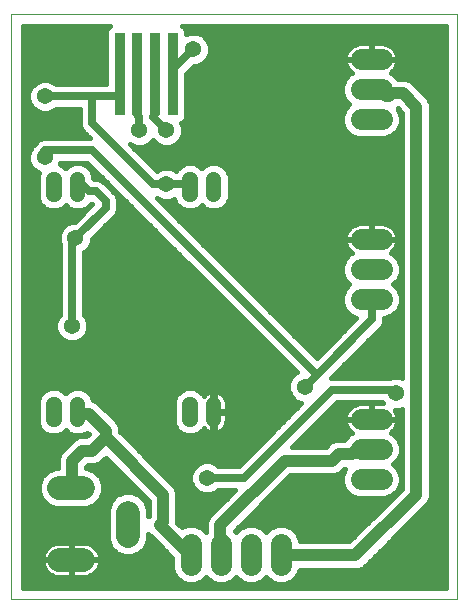
<source format=gbl>
G75*
%MOIN*%
%OFA0B0*%
%FSLAX25Y25*%
%IPPOS*%
%LPD*%
%AMOC8*
5,1,8,0,0,1.08239X$1,22.5*
%
%ADD10C,0.00000*%
%ADD11C,0.04500*%
%ADD12C,0.07000*%
%ADD13R,0.03346X0.27559*%
%ADD14C,0.07874*%
%ADD15C,0.02500*%
%ADD16C,0.05400*%
%ADD17C,0.01600*%
%ADD18C,0.04000*%
D10*
X0002874Y0017345D02*
X0002874Y0212306D01*
X0151575Y0212306D01*
X0151575Y0017345D01*
X0002874Y0017345D01*
D11*
X0017324Y0077095D02*
X0017324Y0082595D01*
X0017324Y0077095D02*
X0016824Y0077095D01*
X0016824Y0082595D01*
X0017324Y0082595D01*
X0017324Y0081594D02*
X0016824Y0081594D01*
X0025224Y0082595D02*
X0025224Y0077095D01*
X0024724Y0077095D01*
X0024724Y0082595D01*
X0025224Y0082595D01*
X0025224Y0081594D02*
X0024724Y0081594D01*
X0062724Y0082595D02*
X0062724Y0077095D01*
X0062224Y0077095D01*
X0062224Y0082595D01*
X0062724Y0082595D01*
X0062724Y0081594D02*
X0062224Y0081594D01*
X0070624Y0082595D02*
X0070624Y0077095D01*
X0070124Y0077095D01*
X0070124Y0082595D01*
X0070624Y0082595D01*
X0070624Y0081594D02*
X0070124Y0081594D01*
X0070624Y0152095D02*
X0070624Y0157595D01*
X0070624Y0152095D02*
X0070124Y0152095D01*
X0070124Y0157595D01*
X0070624Y0157595D01*
X0070624Y0156594D02*
X0070124Y0156594D01*
X0062724Y0157595D02*
X0062724Y0152095D01*
X0062224Y0152095D01*
X0062224Y0157595D01*
X0062724Y0157595D01*
X0062724Y0156594D02*
X0062224Y0156594D01*
X0025224Y0157595D02*
X0025224Y0152095D01*
X0024724Y0152095D01*
X0024724Y0157595D01*
X0025224Y0157595D01*
X0025224Y0156594D02*
X0024724Y0156594D01*
X0017324Y0157595D02*
X0017324Y0152095D01*
X0016824Y0152095D01*
X0016824Y0157595D01*
X0017324Y0157595D01*
X0017324Y0156594D02*
X0016824Y0156594D01*
D12*
X0062874Y0035845D02*
X0062874Y0028845D01*
X0072874Y0028845D02*
X0072874Y0035845D01*
X0082874Y0035845D02*
X0082874Y0028845D01*
X0092874Y0028845D02*
X0092874Y0035845D01*
X0119374Y0057345D02*
X0126374Y0057345D01*
X0126374Y0067345D02*
X0119374Y0067345D01*
X0119374Y0077345D02*
X0126374Y0077345D01*
X0126374Y0117345D02*
X0119374Y0117345D01*
X0119374Y0127345D02*
X0126374Y0127345D01*
X0126374Y0137345D02*
X0119374Y0137345D01*
X0119374Y0177345D02*
X0126374Y0177345D01*
X0126374Y0187345D02*
X0119374Y0187345D01*
X0119374Y0197345D02*
X0126374Y0197345D01*
D13*
X0056732Y0192345D03*
X0050827Y0192345D03*
X0044921Y0192345D03*
X0039016Y0192345D03*
D14*
X0026811Y0054550D02*
X0018937Y0054550D01*
X0018937Y0030534D02*
X0026811Y0030534D01*
X0041772Y0038408D02*
X0041772Y0046282D01*
D15*
X0068124Y0057845D02*
X0080499Y0057845D01*
X0109749Y0087095D01*
X0129999Y0087095D01*
X0131124Y0085970D01*
X0123249Y0110720D02*
X0123249Y0116345D01*
X0122874Y0117345D01*
X0123249Y0110720D02*
X0104687Y0092157D01*
X0029874Y0166970D01*
X0014124Y0166970D01*
X0012999Y0165845D01*
X0014124Y0164720D01*
X0024249Y0155720D02*
X0024974Y0154845D01*
X0024249Y0155720D02*
X0025374Y0156845D01*
X0028749Y0153470D01*
X0030999Y0153470D01*
X0034374Y0150095D01*
X0034374Y0147845D01*
X0024249Y0137720D01*
X0024249Y0136595D01*
X0023124Y0135470D01*
X0023124Y0108470D01*
X0050124Y0155720D02*
X0029874Y0175970D01*
X0029874Y0184970D01*
X0014124Y0184970D01*
X0029874Y0184970D02*
X0037749Y0184970D01*
X0038874Y0186095D01*
X0038874Y0191720D01*
X0039016Y0192345D01*
X0044499Y0191720D02*
X0044921Y0192345D01*
X0044499Y0191720D02*
X0044499Y0179345D01*
X0045624Y0178220D01*
X0045624Y0173720D01*
X0050124Y0178220D02*
X0051249Y0179345D01*
X0051249Y0191720D01*
X0050827Y0192345D01*
X0056732Y0192345D02*
X0056874Y0192845D01*
X0056874Y0193970D01*
X0063624Y0200720D01*
X0050124Y0178220D02*
X0054624Y0173720D01*
X0054624Y0155720D02*
X0050124Y0155720D01*
X0054624Y0155720D02*
X0061374Y0155720D01*
X0062474Y0154845D01*
X0104687Y0092157D02*
X0100749Y0088220D01*
D16*
X0100749Y0088220D03*
X0131124Y0085970D03*
X0068124Y0057845D03*
X0023124Y0108470D03*
X0024249Y0137720D03*
X0014124Y0164720D03*
X0014124Y0184970D03*
X0045624Y0173720D03*
X0054624Y0173720D03*
X0054624Y0155720D03*
X0063624Y0200720D03*
D17*
X0063852Y0195220D02*
X0064718Y0195220D01*
X0066740Y0196057D01*
X0068287Y0197604D01*
X0069124Y0199626D01*
X0069124Y0201814D01*
X0068287Y0203835D01*
X0066740Y0205383D01*
X0064718Y0206220D01*
X0062530Y0206220D01*
X0061205Y0205671D01*
X0061205Y0206681D01*
X0060779Y0207710D01*
X0059992Y0208498D01*
X0059974Y0208506D01*
X0147775Y0208506D01*
X0147775Y0021145D01*
X0006674Y0021145D01*
X0006674Y0208506D01*
X0035774Y0208506D01*
X0035756Y0208498D01*
X0034969Y0207710D01*
X0034543Y0206681D01*
X0034543Y0189020D01*
X0017852Y0189020D01*
X0017240Y0189633D01*
X0015218Y0190470D01*
X0013030Y0190470D01*
X0011009Y0189633D01*
X0009461Y0188085D01*
X0008624Y0186064D01*
X0008624Y0183876D01*
X0009461Y0181854D01*
X0011009Y0180307D01*
X0013030Y0179470D01*
X0015218Y0179470D01*
X0017240Y0180307D01*
X0017852Y0180920D01*
X0025824Y0180920D01*
X0025824Y0175164D01*
X0026441Y0173676D01*
X0027580Y0172536D01*
X0029096Y0171020D01*
X0013318Y0171020D01*
X0011830Y0170403D01*
X0010691Y0169264D01*
X0009566Y0168139D01*
X0008949Y0166650D01*
X0008949Y0166599D01*
X0008624Y0165814D01*
X0008624Y0163626D01*
X0009461Y0161604D01*
X0011009Y0160057D01*
X0012177Y0159573D01*
X0011774Y0158599D01*
X0011774Y0151090D01*
X0012543Y0149234D01*
X0013963Y0147814D01*
X0015820Y0147045D01*
X0018329Y0147045D01*
X0020185Y0147814D01*
X0021024Y0148653D01*
X0021863Y0147814D01*
X0023720Y0147045D01*
X0026229Y0147045D01*
X0028085Y0147814D01*
X0029505Y0149234D01*
X0029506Y0149236D01*
X0029771Y0148970D01*
X0024021Y0143220D01*
X0023155Y0143220D01*
X0021134Y0142383D01*
X0019586Y0140835D01*
X0018749Y0138814D01*
X0018749Y0136626D01*
X0019074Y0135841D01*
X0019074Y0112198D01*
X0018461Y0111585D01*
X0017624Y0109564D01*
X0017624Y0107376D01*
X0018461Y0105354D01*
X0020009Y0103807D01*
X0022030Y0102970D01*
X0024218Y0102970D01*
X0026240Y0103807D01*
X0027787Y0105354D01*
X0028624Y0107376D01*
X0028624Y0109564D01*
X0027787Y0111585D01*
X0027174Y0112198D01*
X0027174Y0132978D01*
X0027365Y0133057D01*
X0028912Y0134604D01*
X0029749Y0136626D01*
X0029749Y0137492D01*
X0036668Y0144411D01*
X0037807Y0145551D01*
X0038424Y0147039D01*
X0038424Y0150900D01*
X0037807Y0152389D01*
X0034432Y0155764D01*
X0033293Y0156903D01*
X0031805Y0157520D01*
X0030427Y0157520D01*
X0030274Y0157672D01*
X0030274Y0158599D01*
X0029505Y0160455D01*
X0028085Y0161876D01*
X0026229Y0162645D01*
X0023720Y0162645D01*
X0021863Y0161876D01*
X0021024Y0161037D01*
X0020185Y0161876D01*
X0019087Y0162331D01*
X0019332Y0162920D01*
X0028196Y0162920D01*
X0098058Y0093058D01*
X0097634Y0092883D01*
X0096086Y0091335D01*
X0095249Y0089314D01*
X0095249Y0087126D01*
X0096086Y0085104D01*
X0097634Y0083557D01*
X0099649Y0082722D01*
X0078821Y0061895D01*
X0071852Y0061895D01*
X0071240Y0062508D01*
X0069218Y0063345D01*
X0067030Y0063345D01*
X0065009Y0062508D01*
X0063461Y0060960D01*
X0062624Y0058939D01*
X0062624Y0056751D01*
X0063461Y0054729D01*
X0065009Y0053182D01*
X0067030Y0052345D01*
X0069218Y0052345D01*
X0071240Y0053182D01*
X0071852Y0053795D01*
X0077536Y0053795D01*
X0068555Y0044814D01*
X0067824Y0043050D01*
X0067824Y0039804D01*
X0066443Y0041186D01*
X0064127Y0042145D01*
X0061621Y0042145D01*
X0059847Y0041410D01*
X0058299Y0042958D01*
X0058299Y0053175D01*
X0057568Y0054939D01*
X0039174Y0073333D01*
X0039174Y0074550D01*
X0038443Y0076314D01*
X0037093Y0077664D01*
X0031468Y0083289D01*
X0030182Y0083822D01*
X0029505Y0085455D01*
X0028085Y0086876D01*
X0026229Y0087645D01*
X0023720Y0087645D01*
X0021863Y0086876D01*
X0021024Y0086037D01*
X0020185Y0086876D01*
X0018329Y0087645D01*
X0015820Y0087645D01*
X0013963Y0086876D01*
X0012543Y0085455D01*
X0011774Y0083599D01*
X0011774Y0076090D01*
X0012543Y0074234D01*
X0013963Y0072814D01*
X0015820Y0072045D01*
X0018329Y0072045D01*
X0020185Y0072814D01*
X0021024Y0073653D01*
X0021863Y0072814D01*
X0023720Y0072045D01*
X0026229Y0072045D01*
X0028085Y0072814D01*
X0028226Y0072955D01*
X0028711Y0072470D01*
X0027886Y0071645D01*
X0025544Y0071645D01*
X0023780Y0070914D01*
X0020405Y0067539D01*
X0019055Y0066189D01*
X0018324Y0064425D01*
X0018324Y0061287D01*
X0017597Y0061287D01*
X0015121Y0060261D01*
X0013226Y0058366D01*
X0012200Y0055890D01*
X0012200Y0053210D01*
X0013226Y0050733D01*
X0015121Y0048838D01*
X0017597Y0047813D01*
X0028151Y0047813D01*
X0030627Y0048838D01*
X0032522Y0050733D01*
X0033548Y0053210D01*
X0033548Y0055890D01*
X0032522Y0058366D01*
X0030627Y0060261D01*
X0028151Y0061287D01*
X0027924Y0061287D01*
X0027924Y0061482D01*
X0028487Y0062045D01*
X0030829Y0062045D01*
X0032593Y0062776D01*
X0033943Y0064126D01*
X0034374Y0064557D01*
X0048699Y0050232D01*
X0048699Y0045208D01*
X0048509Y0045018D01*
X0048509Y0047622D01*
X0047483Y0050098D01*
X0045588Y0051993D01*
X0043112Y0053019D01*
X0040432Y0053019D01*
X0037955Y0051993D01*
X0036060Y0050098D01*
X0035035Y0047622D01*
X0035035Y0037068D01*
X0036060Y0034592D01*
X0037955Y0032697D01*
X0040432Y0031671D01*
X0043112Y0031671D01*
X0045588Y0032697D01*
X0047483Y0034592D01*
X0048509Y0037068D01*
X0048509Y0039172D01*
X0049655Y0038026D01*
X0056574Y0031107D01*
X0056574Y0027592D01*
X0057533Y0025276D01*
X0059305Y0023504D01*
X0061621Y0022545D01*
X0064127Y0022545D01*
X0066443Y0023504D01*
X0067874Y0024935D01*
X0069305Y0023504D01*
X0071621Y0022545D01*
X0074127Y0022545D01*
X0076443Y0023504D01*
X0077874Y0024935D01*
X0079305Y0023504D01*
X0081621Y0022545D01*
X0084127Y0022545D01*
X0086443Y0023504D01*
X0087874Y0024935D01*
X0089305Y0023504D01*
X0091621Y0022545D01*
X0094127Y0022545D01*
X0096443Y0023504D01*
X0098215Y0025276D01*
X0098999Y0027170D01*
X0118579Y0027170D01*
X0120343Y0027901D01*
X0140593Y0048151D01*
X0141943Y0049501D01*
X0142674Y0051265D01*
X0142674Y0182550D01*
X0141943Y0184314D01*
X0137443Y0188814D01*
X0136093Y0190164D01*
X0134329Y0190895D01*
X0131723Y0190895D01*
X0131715Y0190914D01*
X0129943Y0192686D01*
X0129328Y0192940D01*
X0129827Y0193302D01*
X0130417Y0193892D01*
X0130907Y0194567D01*
X0131286Y0195310D01*
X0131544Y0196104D01*
X0131674Y0196928D01*
X0131674Y0197145D01*
X0123074Y0197145D01*
X0123074Y0197545D01*
X0122674Y0197545D01*
X0122674Y0202645D01*
X0118957Y0202645D01*
X0118133Y0202514D01*
X0117340Y0202257D01*
X0116596Y0201878D01*
X0115921Y0201387D01*
X0115331Y0200798D01*
X0114841Y0200123D01*
X0114462Y0199379D01*
X0114205Y0198586D01*
X0114074Y0197762D01*
X0114074Y0197545D01*
X0122674Y0197545D01*
X0122674Y0197145D01*
X0114074Y0197145D01*
X0114074Y0196928D01*
X0114205Y0196104D01*
X0114462Y0195310D01*
X0114841Y0194567D01*
X0115331Y0193892D01*
X0115921Y0193302D01*
X0116420Y0192940D01*
X0115805Y0192686D01*
X0114033Y0190914D01*
X0113074Y0188598D01*
X0113074Y0186092D01*
X0114033Y0183776D01*
X0115464Y0182345D01*
X0114033Y0180914D01*
X0113074Y0178598D01*
X0113074Y0176092D01*
X0114033Y0173776D01*
X0115805Y0172004D01*
X0118121Y0171045D01*
X0127627Y0171045D01*
X0129943Y0172004D01*
X0131715Y0173776D01*
X0132674Y0176092D01*
X0132674Y0178598D01*
X0131715Y0180914D01*
X0131660Y0180968D01*
X0131687Y0180994D01*
X0133074Y0179607D01*
X0133074Y0091115D01*
X0132218Y0091470D01*
X0130030Y0091470D01*
X0129245Y0091145D01*
X0109402Y0091145D01*
X0125543Y0107286D01*
X0126682Y0108426D01*
X0127299Y0109914D01*
X0127299Y0111045D01*
X0127627Y0111045D01*
X0129943Y0112004D01*
X0131715Y0113776D01*
X0132674Y0116092D01*
X0132674Y0118598D01*
X0131715Y0120914D01*
X0130284Y0122345D01*
X0131715Y0123776D01*
X0132674Y0126092D01*
X0132674Y0128598D01*
X0131715Y0130914D01*
X0129943Y0132686D01*
X0129328Y0132940D01*
X0129827Y0133302D01*
X0130417Y0133892D01*
X0130907Y0134567D01*
X0131286Y0135310D01*
X0131544Y0136104D01*
X0131674Y0136928D01*
X0131674Y0137145D01*
X0123074Y0137145D01*
X0123074Y0137545D01*
X0122674Y0137545D01*
X0122674Y0142645D01*
X0118957Y0142645D01*
X0118133Y0142514D01*
X0117340Y0142257D01*
X0116596Y0141878D01*
X0115921Y0141387D01*
X0115331Y0140798D01*
X0114841Y0140123D01*
X0114462Y0139379D01*
X0114205Y0138586D01*
X0114074Y0137762D01*
X0114074Y0137545D01*
X0122674Y0137545D01*
X0122674Y0137145D01*
X0114074Y0137145D01*
X0114074Y0136928D01*
X0114205Y0136104D01*
X0114462Y0135310D01*
X0114841Y0134567D01*
X0115331Y0133892D01*
X0115921Y0133302D01*
X0116420Y0132940D01*
X0115805Y0132686D01*
X0114033Y0130914D01*
X0113074Y0128598D01*
X0113074Y0126092D01*
X0114033Y0123776D01*
X0115464Y0122345D01*
X0114033Y0120914D01*
X0113074Y0118598D01*
X0113074Y0116092D01*
X0114033Y0113776D01*
X0115805Y0112004D01*
X0117927Y0111125D01*
X0104687Y0097885D01*
X0051518Y0151053D01*
X0053530Y0150220D01*
X0055718Y0150220D01*
X0057269Y0150862D01*
X0057943Y0149234D01*
X0059363Y0147814D01*
X0061220Y0147045D01*
X0063729Y0147045D01*
X0065585Y0147814D01*
X0066424Y0148653D01*
X0067263Y0147814D01*
X0069120Y0147045D01*
X0071629Y0147045D01*
X0073485Y0147814D01*
X0074905Y0149234D01*
X0075674Y0151090D01*
X0075674Y0158599D01*
X0074905Y0160455D01*
X0073485Y0161876D01*
X0071629Y0162645D01*
X0069120Y0162645D01*
X0067263Y0161876D01*
X0066424Y0161037D01*
X0065585Y0161876D01*
X0063729Y0162645D01*
X0061220Y0162645D01*
X0059363Y0161876D01*
X0057943Y0160455D01*
X0057862Y0160260D01*
X0057740Y0160383D01*
X0055718Y0161220D01*
X0053530Y0161220D01*
X0051509Y0160383D01*
X0051349Y0160223D01*
X0042518Y0169053D01*
X0044530Y0168220D01*
X0046718Y0168220D01*
X0048740Y0169057D01*
X0050124Y0170442D01*
X0051509Y0169057D01*
X0053530Y0168220D01*
X0055718Y0168220D01*
X0057740Y0169057D01*
X0059287Y0170604D01*
X0060124Y0172626D01*
X0060124Y0174814D01*
X0059618Y0176037D01*
X0059992Y0176192D01*
X0060779Y0176979D01*
X0061205Y0178008D01*
X0061205Y0192574D01*
X0063852Y0195220D01*
X0063411Y0194780D02*
X0114733Y0194780D01*
X0114161Y0196378D02*
X0067060Y0196378D01*
X0068441Y0197977D02*
X0114108Y0197977D01*
X0114562Y0199575D02*
X0069103Y0199575D01*
X0069124Y0201174D02*
X0115707Y0201174D01*
X0116088Y0193181D02*
X0061813Y0193181D01*
X0061205Y0191583D02*
X0114702Y0191583D01*
X0113648Y0189984D02*
X0061205Y0189984D01*
X0061205Y0188386D02*
X0113074Y0188386D01*
X0113074Y0186787D02*
X0061205Y0186787D01*
X0061205Y0185189D02*
X0113448Y0185189D01*
X0114219Y0183590D02*
X0061205Y0183590D01*
X0061205Y0181992D02*
X0115111Y0181992D01*
X0113818Y0180393D02*
X0061205Y0180393D01*
X0061205Y0178795D02*
X0113155Y0178795D01*
X0113074Y0177196D02*
X0060869Y0177196D01*
X0059799Y0175598D02*
X0113279Y0175598D01*
X0113941Y0173999D02*
X0060124Y0173999D01*
X0060031Y0172400D02*
X0115409Y0172400D01*
X0129660Y0193181D02*
X0147775Y0193181D01*
X0147775Y0191583D02*
X0131046Y0191583D01*
X0131015Y0194780D02*
X0147775Y0194780D01*
X0147775Y0196378D02*
X0131587Y0196378D01*
X0131674Y0197545D02*
X0131674Y0197762D01*
X0131544Y0198586D01*
X0131286Y0199379D01*
X0130907Y0200123D01*
X0130417Y0200798D01*
X0129827Y0201387D01*
X0129152Y0201878D01*
X0128409Y0202257D01*
X0127615Y0202514D01*
X0126791Y0202645D01*
X0123074Y0202645D01*
X0123074Y0197545D01*
X0131674Y0197545D01*
X0131640Y0197977D02*
X0147775Y0197977D01*
X0147775Y0199575D02*
X0131186Y0199575D01*
X0130041Y0201174D02*
X0147775Y0201174D01*
X0147775Y0202772D02*
X0068727Y0202772D01*
X0067751Y0204371D02*
X0147775Y0204371D01*
X0147775Y0205969D02*
X0065323Y0205969D01*
X0061925Y0205969D02*
X0061205Y0205969D01*
X0060838Y0207568D02*
X0147775Y0207568D01*
X0147775Y0189984D02*
X0136273Y0189984D01*
X0137872Y0188386D02*
X0147775Y0188386D01*
X0147775Y0186787D02*
X0139470Y0186787D01*
X0141069Y0185189D02*
X0147775Y0185189D01*
X0147775Y0183590D02*
X0142243Y0183590D01*
X0142674Y0181992D02*
X0147775Y0181992D01*
X0147775Y0180393D02*
X0142674Y0180393D01*
X0142674Y0178795D02*
X0147775Y0178795D01*
X0147775Y0177196D02*
X0142674Y0177196D01*
X0142674Y0175598D02*
X0147775Y0175598D01*
X0147775Y0173999D02*
X0142674Y0173999D01*
X0142674Y0172400D02*
X0147775Y0172400D01*
X0147775Y0170802D02*
X0142674Y0170802D01*
X0142674Y0169203D02*
X0147775Y0169203D01*
X0147775Y0167605D02*
X0142674Y0167605D01*
X0142674Y0166006D02*
X0147775Y0166006D01*
X0147775Y0164408D02*
X0142674Y0164408D01*
X0142674Y0162809D02*
X0147775Y0162809D01*
X0147775Y0161211D02*
X0142674Y0161211D01*
X0142674Y0159612D02*
X0147775Y0159612D01*
X0147775Y0158014D02*
X0142674Y0158014D01*
X0142674Y0156415D02*
X0147775Y0156415D01*
X0147775Y0154817D02*
X0142674Y0154817D01*
X0142674Y0153218D02*
X0147775Y0153218D01*
X0147775Y0151620D02*
X0142674Y0151620D01*
X0142674Y0150021D02*
X0147775Y0150021D01*
X0147775Y0148423D02*
X0142674Y0148423D01*
X0142674Y0146824D02*
X0147775Y0146824D01*
X0147775Y0145226D02*
X0142674Y0145226D01*
X0142674Y0143627D02*
X0147775Y0143627D01*
X0147775Y0142029D02*
X0142674Y0142029D01*
X0142674Y0140430D02*
X0147775Y0140430D01*
X0147775Y0138832D02*
X0142674Y0138832D01*
X0142674Y0137233D02*
X0147775Y0137233D01*
X0147775Y0135635D02*
X0142674Y0135635D01*
X0142674Y0134036D02*
X0147775Y0134036D01*
X0147775Y0132438D02*
X0142674Y0132438D01*
X0142674Y0130839D02*
X0147775Y0130839D01*
X0147775Y0129241D02*
X0142674Y0129241D01*
X0142674Y0127642D02*
X0147775Y0127642D01*
X0147775Y0126044D02*
X0142674Y0126044D01*
X0142674Y0124445D02*
X0147775Y0124445D01*
X0147775Y0122847D02*
X0142674Y0122847D01*
X0142674Y0121248D02*
X0147775Y0121248D01*
X0147775Y0119650D02*
X0142674Y0119650D01*
X0142674Y0118051D02*
X0147775Y0118051D01*
X0147775Y0116453D02*
X0142674Y0116453D01*
X0142674Y0114854D02*
X0147775Y0114854D01*
X0147775Y0113256D02*
X0142674Y0113256D01*
X0142674Y0111657D02*
X0147775Y0111657D01*
X0147775Y0110059D02*
X0142674Y0110059D01*
X0142674Y0108460D02*
X0147775Y0108460D01*
X0147775Y0106862D02*
X0142674Y0106862D01*
X0142674Y0105263D02*
X0147775Y0105263D01*
X0147775Y0103664D02*
X0142674Y0103664D01*
X0142674Y0102066D02*
X0147775Y0102066D01*
X0147775Y0100467D02*
X0142674Y0100467D01*
X0142674Y0098869D02*
X0147775Y0098869D01*
X0147775Y0097270D02*
X0142674Y0097270D01*
X0142674Y0095672D02*
X0147775Y0095672D01*
X0147775Y0094073D02*
X0142674Y0094073D01*
X0142674Y0092475D02*
X0147775Y0092475D01*
X0147775Y0090876D02*
X0142674Y0090876D01*
X0142674Y0089278D02*
X0147775Y0089278D01*
X0147775Y0087679D02*
X0142674Y0087679D01*
X0142674Y0086081D02*
X0147775Y0086081D01*
X0147775Y0084482D02*
X0142674Y0084482D01*
X0142674Y0082884D02*
X0147775Y0082884D01*
X0147775Y0081285D02*
X0142674Y0081285D01*
X0142674Y0079687D02*
X0147775Y0079687D01*
X0147775Y0078088D02*
X0142674Y0078088D01*
X0142674Y0076490D02*
X0147775Y0076490D01*
X0147775Y0074891D02*
X0142674Y0074891D01*
X0142674Y0073293D02*
X0147775Y0073293D01*
X0147775Y0071694D02*
X0142674Y0071694D01*
X0142674Y0070096D02*
X0147775Y0070096D01*
X0147775Y0068497D02*
X0142674Y0068497D01*
X0142674Y0066899D02*
X0147775Y0066899D01*
X0147775Y0065300D02*
X0142674Y0065300D01*
X0142674Y0063702D02*
X0147775Y0063702D01*
X0147775Y0062103D02*
X0142674Y0062103D01*
X0142674Y0060505D02*
X0147775Y0060505D01*
X0147775Y0058906D02*
X0142674Y0058906D01*
X0142674Y0057308D02*
X0147775Y0057308D01*
X0147775Y0055709D02*
X0142674Y0055709D01*
X0142674Y0054111D02*
X0147775Y0054111D01*
X0147775Y0052512D02*
X0142674Y0052512D01*
X0142528Y0050914D02*
X0147775Y0050914D01*
X0147775Y0049315D02*
X0141757Y0049315D01*
X0140159Y0047717D02*
X0147775Y0047717D01*
X0147775Y0046118D02*
X0138560Y0046118D01*
X0136962Y0044520D02*
X0147775Y0044520D01*
X0147775Y0042921D02*
X0135363Y0042921D01*
X0133765Y0041323D02*
X0147775Y0041323D01*
X0147775Y0039724D02*
X0132166Y0039724D01*
X0130568Y0038126D02*
X0147775Y0038126D01*
X0147775Y0036527D02*
X0128969Y0036527D01*
X0127371Y0034929D02*
X0147775Y0034929D01*
X0147775Y0033330D02*
X0125772Y0033330D01*
X0124174Y0031731D02*
X0147775Y0031731D01*
X0147775Y0030133D02*
X0122575Y0030133D01*
X0120977Y0028534D02*
X0147775Y0028534D01*
X0147775Y0026936D02*
X0098902Y0026936D01*
X0098240Y0025337D02*
X0147775Y0025337D01*
X0147775Y0023739D02*
X0096678Y0023739D01*
X0089070Y0023739D02*
X0086678Y0023739D01*
X0079070Y0023739D02*
X0076678Y0023739D01*
X0069070Y0023739D02*
X0066678Y0023739D01*
X0059070Y0023739D02*
X0006674Y0023739D01*
X0006674Y0025337D02*
X0016499Y0025337D01*
X0016735Y0025217D02*
X0017594Y0024938D01*
X0018485Y0024797D01*
X0022690Y0024797D01*
X0022690Y0030350D01*
X0013200Y0030350D01*
X0013200Y0030082D01*
X0013341Y0029190D01*
X0013620Y0028332D01*
X0014030Y0027527D01*
X0014561Y0026796D01*
X0015200Y0026158D01*
X0015930Y0025627D01*
X0016735Y0025217D01*
X0014460Y0026936D02*
X0006674Y0026936D01*
X0006674Y0028534D02*
X0013554Y0028534D01*
X0013200Y0030133D02*
X0006674Y0030133D01*
X0006674Y0031731D02*
X0013318Y0031731D01*
X0013341Y0031877D02*
X0013200Y0030985D01*
X0013200Y0030718D01*
X0022690Y0030718D01*
X0022690Y0036271D01*
X0018485Y0036271D01*
X0017594Y0036130D01*
X0016735Y0035851D01*
X0015930Y0035441D01*
X0015200Y0034910D01*
X0014561Y0034271D01*
X0014030Y0033541D01*
X0013620Y0032736D01*
X0013341Y0031877D01*
X0013923Y0033330D02*
X0006674Y0033330D01*
X0006674Y0034929D02*
X0015225Y0034929D01*
X0022690Y0034929D02*
X0023058Y0034929D01*
X0023058Y0036271D02*
X0023058Y0030718D01*
X0022690Y0030718D01*
X0022690Y0030350D01*
X0023058Y0030350D01*
X0023058Y0030718D01*
X0032548Y0030718D01*
X0032548Y0030985D01*
X0032407Y0031877D01*
X0032128Y0032736D01*
X0031718Y0033541D01*
X0031187Y0034271D01*
X0030548Y0034910D01*
X0029818Y0035441D01*
X0029013Y0035851D01*
X0028154Y0036130D01*
X0027263Y0036271D01*
X0023058Y0036271D01*
X0023058Y0033330D02*
X0022690Y0033330D01*
X0022690Y0031731D02*
X0023058Y0031731D01*
X0023058Y0030350D02*
X0032548Y0030350D01*
X0032548Y0030082D01*
X0032407Y0029190D01*
X0032128Y0028332D01*
X0031718Y0027527D01*
X0031187Y0026796D01*
X0030548Y0026158D01*
X0029818Y0025627D01*
X0029013Y0025217D01*
X0028154Y0024938D01*
X0027263Y0024797D01*
X0023058Y0024797D01*
X0023058Y0030350D01*
X0023058Y0030133D02*
X0022690Y0030133D01*
X0022690Y0028534D02*
X0023058Y0028534D01*
X0023058Y0026936D02*
X0022690Y0026936D01*
X0022690Y0025337D02*
X0023058Y0025337D01*
X0029249Y0025337D02*
X0057508Y0025337D01*
X0056846Y0026936D02*
X0031288Y0026936D01*
X0032194Y0028534D02*
X0056574Y0028534D01*
X0056574Y0030133D02*
X0032548Y0030133D01*
X0032430Y0031731D02*
X0040285Y0031731D01*
X0043258Y0031731D02*
X0055949Y0031731D01*
X0054351Y0033330D02*
X0046221Y0033330D01*
X0047623Y0034929D02*
X0052752Y0034929D01*
X0051154Y0036527D02*
X0048285Y0036527D01*
X0048509Y0038126D02*
X0049555Y0038126D01*
X0048699Y0046118D02*
X0048509Y0046118D01*
X0048469Y0047717D02*
X0048699Y0047717D01*
X0048699Y0049315D02*
X0047807Y0049315D01*
X0048017Y0050914D02*
X0046667Y0050914D01*
X0046419Y0052512D02*
X0044335Y0052512D01*
X0044820Y0054111D02*
X0033548Y0054111D01*
X0033548Y0055709D02*
X0043222Y0055709D01*
X0041623Y0057308D02*
X0032961Y0057308D01*
X0031982Y0058906D02*
X0040024Y0058906D01*
X0038426Y0060505D02*
X0030039Y0060505D01*
X0030970Y0062103D02*
X0036827Y0062103D01*
X0035229Y0063702D02*
X0033519Y0063702D01*
X0027935Y0071694D02*
X0006674Y0071694D01*
X0006674Y0070096D02*
X0022962Y0070096D01*
X0021363Y0068497D02*
X0006674Y0068497D01*
X0006674Y0066899D02*
X0019765Y0066899D01*
X0018687Y0065300D02*
X0006674Y0065300D01*
X0006674Y0063702D02*
X0018324Y0063702D01*
X0018324Y0062103D02*
X0006674Y0062103D01*
X0006674Y0060505D02*
X0015709Y0060505D01*
X0013766Y0058906D02*
X0006674Y0058906D01*
X0006674Y0057308D02*
X0012787Y0057308D01*
X0012200Y0055709D02*
X0006674Y0055709D01*
X0006674Y0054111D02*
X0012200Y0054111D01*
X0012489Y0052512D02*
X0006674Y0052512D01*
X0006674Y0050914D02*
X0013151Y0050914D01*
X0014644Y0049315D02*
X0006674Y0049315D01*
X0006674Y0047717D02*
X0035074Y0047717D01*
X0035035Y0046118D02*
X0006674Y0046118D01*
X0006674Y0044520D02*
X0035035Y0044520D01*
X0035035Y0042921D02*
X0006674Y0042921D01*
X0006674Y0041323D02*
X0035035Y0041323D01*
X0035035Y0039724D02*
X0006674Y0039724D01*
X0006674Y0038126D02*
X0035035Y0038126D01*
X0035259Y0036527D02*
X0006674Y0036527D01*
X0006674Y0022140D02*
X0147775Y0022140D01*
X0129780Y0050914D02*
X0088231Y0050914D01*
X0089829Y0052512D02*
X0115297Y0052512D01*
X0115805Y0052004D02*
X0118121Y0051045D01*
X0127627Y0051045D01*
X0129943Y0052004D01*
X0131715Y0053776D01*
X0132674Y0056092D01*
X0132674Y0058598D01*
X0131715Y0060914D01*
X0130284Y0062345D01*
X0131715Y0063776D01*
X0132674Y0066092D01*
X0132674Y0068598D01*
X0131715Y0070914D01*
X0129943Y0072686D01*
X0129328Y0072940D01*
X0129827Y0073302D01*
X0130417Y0073892D01*
X0130907Y0074567D01*
X0131286Y0075310D01*
X0131544Y0076104D01*
X0131674Y0076928D01*
X0131674Y0077145D01*
X0123074Y0077145D01*
X0123074Y0077545D01*
X0122674Y0077545D01*
X0122674Y0082645D01*
X0118957Y0082645D01*
X0118133Y0082514D01*
X0117340Y0082257D01*
X0116596Y0081878D01*
X0115921Y0081387D01*
X0115331Y0080798D01*
X0114841Y0080123D01*
X0114462Y0079379D01*
X0114205Y0078586D01*
X0114074Y0077762D01*
X0114074Y0077545D01*
X0122674Y0077545D01*
X0122674Y0077145D01*
X0114074Y0077145D01*
X0114074Y0076928D01*
X0114205Y0076104D01*
X0114462Y0075310D01*
X0114841Y0074567D01*
X0115331Y0073892D01*
X0115921Y0073302D01*
X0116420Y0072940D01*
X0115805Y0072686D01*
X0114033Y0070914D01*
X0113870Y0070520D01*
X0111044Y0070520D01*
X0109280Y0069789D01*
X0107930Y0068439D01*
X0107761Y0068270D01*
X0096652Y0068270D01*
X0111427Y0083045D01*
X0126382Y0083045D01*
X0126461Y0082854D01*
X0126671Y0082645D01*
X0123074Y0082645D01*
X0123074Y0077545D01*
X0131674Y0077545D01*
X0131674Y0077762D01*
X0131544Y0078586D01*
X0131286Y0079379D01*
X0130907Y0080123D01*
X0130655Y0080470D01*
X0132218Y0080470D01*
X0133074Y0080824D01*
X0133074Y0054208D01*
X0115636Y0036770D01*
X0099174Y0036770D01*
X0099174Y0037098D01*
X0098215Y0039414D01*
X0096443Y0041186D01*
X0094127Y0042145D01*
X0091621Y0042145D01*
X0089305Y0041186D01*
X0087874Y0039754D01*
X0086443Y0041186D01*
X0084127Y0042145D01*
X0081621Y0042145D01*
X0079305Y0041186D01*
X0077874Y0039754D01*
X0077473Y0040156D01*
X0095987Y0058670D01*
X0110704Y0058670D01*
X0112468Y0059401D01*
X0113987Y0060920D01*
X0114039Y0060920D01*
X0114033Y0060914D01*
X0113074Y0058598D01*
X0113074Y0056092D01*
X0114033Y0053776D01*
X0115805Y0052004D01*
X0113895Y0054111D02*
X0091428Y0054111D01*
X0093026Y0055709D02*
X0113232Y0055709D01*
X0113074Y0057308D02*
X0094625Y0057308D01*
X0086632Y0049315D02*
X0128181Y0049315D01*
X0126583Y0047717D02*
X0085034Y0047717D01*
X0083435Y0046118D02*
X0124984Y0046118D01*
X0123385Y0044520D02*
X0081837Y0044520D01*
X0080238Y0042921D02*
X0121787Y0042921D01*
X0120188Y0041323D02*
X0096112Y0041323D01*
X0097904Y0039724D02*
X0118590Y0039724D01*
X0116991Y0038126D02*
X0098748Y0038126D01*
X0089636Y0041323D02*
X0086112Y0041323D01*
X0079636Y0041323D02*
X0078640Y0041323D01*
X0071458Y0047717D02*
X0058299Y0047717D01*
X0058299Y0049315D02*
X0073056Y0049315D01*
X0074655Y0050914D02*
X0058299Y0050914D01*
X0058299Y0052512D02*
X0066626Y0052512D01*
X0069622Y0052512D02*
X0076253Y0052512D01*
X0069859Y0046118D02*
X0058299Y0046118D01*
X0058299Y0044520D02*
X0068433Y0044520D01*
X0067824Y0042921D02*
X0058336Y0042921D01*
X0066112Y0041323D02*
X0067824Y0041323D01*
X0064080Y0054111D02*
X0057911Y0054111D01*
X0056798Y0055709D02*
X0063055Y0055709D01*
X0062624Y0057308D02*
X0055199Y0057308D01*
X0053601Y0058906D02*
X0062624Y0058906D01*
X0063273Y0060505D02*
X0052002Y0060505D01*
X0050404Y0062103D02*
X0064604Y0062103D01*
X0063729Y0072045D02*
X0061220Y0072045D01*
X0059363Y0072814D01*
X0057943Y0074234D01*
X0057174Y0076090D01*
X0057174Y0083599D01*
X0057943Y0085455D01*
X0059363Y0086876D01*
X0061220Y0087645D01*
X0063729Y0087645D01*
X0065585Y0086876D01*
X0067005Y0085455D01*
X0067079Y0085277D01*
X0067542Y0085741D01*
X0068206Y0086184D01*
X0068943Y0086489D01*
X0069725Y0086645D01*
X0069924Y0086645D01*
X0069924Y0080295D01*
X0070824Y0080295D01*
X0070824Y0086645D01*
X0071023Y0086645D01*
X0071805Y0086489D01*
X0072542Y0086184D01*
X0073206Y0085741D01*
X0073770Y0085177D01*
X0074213Y0084513D01*
X0074518Y0083776D01*
X0074674Y0082994D01*
X0074674Y0080295D01*
X0070824Y0080295D01*
X0070824Y0079395D01*
X0074674Y0079395D01*
X0074674Y0076696D01*
X0074518Y0075914D01*
X0074213Y0075176D01*
X0073770Y0074513D01*
X0073206Y0073949D01*
X0072542Y0073506D01*
X0071805Y0073201D01*
X0071023Y0073045D01*
X0070824Y0073045D01*
X0070824Y0079395D01*
X0069924Y0079395D01*
X0069924Y0073045D01*
X0069725Y0073045D01*
X0068943Y0073201D01*
X0068206Y0073506D01*
X0067542Y0073949D01*
X0067079Y0074412D01*
X0067005Y0074234D01*
X0065585Y0072814D01*
X0063729Y0072045D01*
X0066064Y0073293D02*
X0068720Y0073293D01*
X0069924Y0073293D02*
X0070824Y0073293D01*
X0072028Y0073293D02*
X0090219Y0073293D01*
X0088621Y0071694D02*
X0040813Y0071694D01*
X0042411Y0070096D02*
X0087022Y0070096D01*
X0085424Y0068497D02*
X0044010Y0068497D01*
X0045608Y0066899D02*
X0083825Y0066899D01*
X0082227Y0065300D02*
X0047207Y0065300D01*
X0048805Y0063702D02*
X0080628Y0063702D01*
X0079030Y0062103D02*
X0071644Y0062103D01*
X0070824Y0074891D02*
X0069924Y0074891D01*
X0069924Y0076490D02*
X0070824Y0076490D01*
X0070824Y0078088D02*
X0069924Y0078088D01*
X0070824Y0079687D02*
X0096613Y0079687D01*
X0095015Y0078088D02*
X0074674Y0078088D01*
X0074633Y0076490D02*
X0093416Y0076490D01*
X0091818Y0074891D02*
X0074023Y0074891D01*
X0074674Y0081285D02*
X0098212Y0081285D01*
X0099259Y0082884D02*
X0074674Y0082884D01*
X0074226Y0084482D02*
X0096708Y0084482D01*
X0095682Y0086081D02*
X0072697Y0086081D01*
X0070824Y0086081D02*
X0069924Y0086081D01*
X0069924Y0084482D02*
X0070824Y0084482D01*
X0070824Y0082884D02*
X0069924Y0082884D01*
X0069924Y0081285D02*
X0070824Y0081285D01*
X0068051Y0086081D02*
X0066380Y0086081D01*
X0058568Y0086081D02*
X0028880Y0086081D01*
X0029908Y0084482D02*
X0057540Y0084482D01*
X0057174Y0082884D02*
X0031873Y0082884D01*
X0033472Y0081285D02*
X0057174Y0081285D01*
X0057174Y0079687D02*
X0035070Y0079687D01*
X0036669Y0078088D02*
X0057174Y0078088D01*
X0057174Y0076490D02*
X0038267Y0076490D01*
X0039033Y0074891D02*
X0057671Y0074891D01*
X0058884Y0073293D02*
X0039214Y0073293D01*
X0039208Y0052512D02*
X0033259Y0052512D01*
X0032597Y0050914D02*
X0036876Y0050914D01*
X0035736Y0049315D02*
X0031104Y0049315D01*
X0030523Y0034929D02*
X0035921Y0034929D01*
X0037322Y0033330D02*
X0031825Y0033330D01*
X0021384Y0073293D02*
X0020664Y0073293D01*
X0013484Y0073293D02*
X0006674Y0073293D01*
X0006674Y0074891D02*
X0012271Y0074891D01*
X0011774Y0076490D02*
X0006674Y0076490D01*
X0006674Y0078088D02*
X0011774Y0078088D01*
X0011774Y0079687D02*
X0006674Y0079687D01*
X0006674Y0081285D02*
X0011774Y0081285D01*
X0011774Y0082884D02*
X0006674Y0082884D01*
X0006674Y0084482D02*
X0012140Y0084482D01*
X0013168Y0086081D02*
X0006674Y0086081D01*
X0006674Y0087679D02*
X0095249Y0087679D01*
X0095249Y0089278D02*
X0006674Y0089278D01*
X0006674Y0090876D02*
X0095896Y0090876D01*
X0097226Y0092475D02*
X0006674Y0092475D01*
X0006674Y0094073D02*
X0097043Y0094073D01*
X0095444Y0095672D02*
X0006674Y0095672D01*
X0006674Y0097270D02*
X0093846Y0097270D01*
X0092247Y0098869D02*
X0006674Y0098869D01*
X0006674Y0100467D02*
X0090649Y0100467D01*
X0089050Y0102066D02*
X0006674Y0102066D01*
X0006674Y0103664D02*
X0020353Y0103664D01*
X0018553Y0105263D02*
X0006674Y0105263D01*
X0006674Y0106862D02*
X0017837Y0106862D01*
X0017624Y0108460D02*
X0006674Y0108460D01*
X0006674Y0110059D02*
X0017829Y0110059D01*
X0018533Y0111657D02*
X0006674Y0111657D01*
X0006674Y0113256D02*
X0019074Y0113256D01*
X0019074Y0114854D02*
X0006674Y0114854D01*
X0006674Y0116453D02*
X0019074Y0116453D01*
X0019074Y0118051D02*
X0006674Y0118051D01*
X0006674Y0119650D02*
X0019074Y0119650D01*
X0019074Y0121248D02*
X0006674Y0121248D01*
X0006674Y0122847D02*
X0019074Y0122847D01*
X0019074Y0124445D02*
X0006674Y0124445D01*
X0006674Y0126044D02*
X0019074Y0126044D01*
X0019074Y0127642D02*
X0006674Y0127642D01*
X0006674Y0129241D02*
X0019074Y0129241D01*
X0019074Y0130839D02*
X0006674Y0130839D01*
X0006674Y0132438D02*
X0019074Y0132438D01*
X0019074Y0134036D02*
X0006674Y0134036D01*
X0006674Y0135635D02*
X0019074Y0135635D01*
X0018749Y0137233D02*
X0006674Y0137233D01*
X0006674Y0138832D02*
X0018756Y0138832D01*
X0019419Y0140430D02*
X0006674Y0140430D01*
X0006674Y0142029D02*
X0020780Y0142029D01*
X0024429Y0143627D02*
X0006674Y0143627D01*
X0006674Y0145226D02*
X0026027Y0145226D01*
X0027626Y0146824D02*
X0006674Y0146824D01*
X0006674Y0148423D02*
X0013354Y0148423D01*
X0012217Y0150021D02*
X0006674Y0150021D01*
X0006674Y0151620D02*
X0011774Y0151620D01*
X0011774Y0153218D02*
X0006674Y0153218D01*
X0006674Y0154817D02*
X0011774Y0154817D01*
X0011774Y0156415D02*
X0006674Y0156415D01*
X0006674Y0158014D02*
X0011774Y0158014D01*
X0012082Y0159612D02*
X0006674Y0159612D01*
X0006674Y0161211D02*
X0009855Y0161211D01*
X0008962Y0162809D02*
X0006674Y0162809D01*
X0006674Y0164408D02*
X0008624Y0164408D01*
X0008704Y0166006D02*
X0006674Y0166006D01*
X0006674Y0167605D02*
X0009344Y0167605D01*
X0010630Y0169203D02*
X0006674Y0169203D01*
X0006674Y0170802D02*
X0012792Y0170802D01*
X0006674Y0172400D02*
X0027716Y0172400D01*
X0026307Y0173999D02*
X0006674Y0173999D01*
X0006674Y0175598D02*
X0025824Y0175598D01*
X0025824Y0177196D02*
X0006674Y0177196D01*
X0006674Y0178795D02*
X0025824Y0178795D01*
X0025824Y0180393D02*
X0017325Y0180393D01*
X0010923Y0180393D02*
X0006674Y0180393D01*
X0006674Y0181992D02*
X0009405Y0181992D01*
X0008742Y0183590D02*
X0006674Y0183590D01*
X0006674Y0185189D02*
X0008624Y0185189D01*
X0008924Y0186787D02*
X0006674Y0186787D01*
X0006674Y0188386D02*
X0009762Y0188386D01*
X0011857Y0189984D02*
X0006674Y0189984D01*
X0006674Y0191583D02*
X0034543Y0191583D01*
X0034543Y0193181D02*
X0006674Y0193181D01*
X0006674Y0194780D02*
X0034543Y0194780D01*
X0034543Y0196378D02*
X0006674Y0196378D01*
X0006674Y0197977D02*
X0034543Y0197977D01*
X0034543Y0199575D02*
X0006674Y0199575D01*
X0006674Y0201174D02*
X0034543Y0201174D01*
X0034543Y0202772D02*
X0006674Y0202772D01*
X0006674Y0204371D02*
X0034543Y0204371D01*
X0034543Y0205969D02*
X0006674Y0205969D01*
X0006674Y0207568D02*
X0034910Y0207568D01*
X0034543Y0189984D02*
X0016391Y0189984D01*
X0019286Y0162809D02*
X0028307Y0162809D01*
X0028750Y0161211D02*
X0029905Y0161211D01*
X0029854Y0159612D02*
X0031504Y0159612D01*
X0030274Y0158014D02*
X0033102Y0158014D01*
X0033781Y0156415D02*
X0034701Y0156415D01*
X0035380Y0154817D02*
X0036299Y0154817D01*
X0036978Y0153218D02*
X0037898Y0153218D01*
X0038126Y0151620D02*
X0039496Y0151620D01*
X0038424Y0150021D02*
X0041095Y0150021D01*
X0042694Y0148423D02*
X0038424Y0148423D01*
X0038335Y0146824D02*
X0044292Y0146824D01*
X0045891Y0145226D02*
X0037482Y0145226D01*
X0035884Y0143627D02*
X0047489Y0143627D01*
X0049088Y0142029D02*
X0034285Y0142029D01*
X0032687Y0140430D02*
X0050686Y0140430D01*
X0052285Y0138832D02*
X0031088Y0138832D01*
X0029749Y0137233D02*
X0053883Y0137233D01*
X0055482Y0135635D02*
X0029338Y0135635D01*
X0028344Y0134036D02*
X0057080Y0134036D01*
X0058679Y0132438D02*
X0027174Y0132438D01*
X0027174Y0130839D02*
X0060277Y0130839D01*
X0061876Y0129241D02*
X0027174Y0129241D01*
X0027174Y0127642D02*
X0063474Y0127642D01*
X0065073Y0126044D02*
X0027174Y0126044D01*
X0027174Y0124445D02*
X0066671Y0124445D01*
X0068270Y0122847D02*
X0027174Y0122847D01*
X0027174Y0121248D02*
X0069868Y0121248D01*
X0071467Y0119650D02*
X0027174Y0119650D01*
X0027174Y0118051D02*
X0073065Y0118051D01*
X0074664Y0116453D02*
X0027174Y0116453D01*
X0027174Y0114854D02*
X0076262Y0114854D01*
X0077861Y0113256D02*
X0027174Y0113256D01*
X0027715Y0111657D02*
X0079459Y0111657D01*
X0081058Y0110059D02*
X0028419Y0110059D01*
X0028624Y0108460D02*
X0082656Y0108460D01*
X0084255Y0106862D02*
X0028411Y0106862D01*
X0027695Y0105263D02*
X0085853Y0105263D01*
X0087452Y0103664D02*
X0025895Y0103664D01*
X0021068Y0086081D02*
X0020980Y0086081D01*
X0058944Y0143627D02*
X0133074Y0143627D01*
X0133074Y0142029D02*
X0128856Y0142029D01*
X0129152Y0141878D02*
X0128409Y0142257D01*
X0127615Y0142514D01*
X0126791Y0142645D01*
X0123074Y0142645D01*
X0123074Y0137545D01*
X0131674Y0137545D01*
X0131674Y0137762D01*
X0131544Y0138586D01*
X0131286Y0139379D01*
X0130907Y0140123D01*
X0130417Y0140798D01*
X0129827Y0141387D01*
X0129152Y0141878D01*
X0130684Y0140430D02*
X0133074Y0140430D01*
X0133074Y0138832D02*
X0131464Y0138832D01*
X0131391Y0135635D02*
X0133074Y0135635D01*
X0133074Y0137233D02*
X0123074Y0137233D01*
X0122674Y0137233D02*
X0065338Y0137233D01*
X0066937Y0135635D02*
X0114357Y0135635D01*
X0115227Y0134036D02*
X0068535Y0134036D01*
X0070134Y0132438D02*
X0115557Y0132438D01*
X0114002Y0130839D02*
X0071732Y0130839D01*
X0073331Y0129241D02*
X0113340Y0129241D01*
X0113074Y0127642D02*
X0074929Y0127642D01*
X0076528Y0126044D02*
X0113094Y0126044D01*
X0113756Y0124445D02*
X0078126Y0124445D01*
X0079725Y0122847D02*
X0114963Y0122847D01*
X0114368Y0121248D02*
X0081323Y0121248D01*
X0082922Y0119650D02*
X0113510Y0119650D01*
X0113074Y0118051D02*
X0084520Y0118051D01*
X0086119Y0116453D02*
X0113074Y0116453D01*
X0113587Y0114854D02*
X0087717Y0114854D01*
X0089316Y0113256D02*
X0114554Y0113256D01*
X0116643Y0111657D02*
X0090914Y0111657D01*
X0092513Y0110059D02*
X0116860Y0110059D01*
X0115262Y0108460D02*
X0094111Y0108460D01*
X0095710Y0106862D02*
X0113663Y0106862D01*
X0112065Y0105263D02*
X0097308Y0105263D01*
X0098907Y0103664D02*
X0110466Y0103664D01*
X0108868Y0102066D02*
X0100505Y0102066D01*
X0102104Y0100467D02*
X0107269Y0100467D01*
X0105671Y0098869D02*
X0103702Y0098869D01*
X0110732Y0092475D02*
X0133074Y0092475D01*
X0133074Y0094073D02*
X0112330Y0094073D01*
X0113929Y0095672D02*
X0133074Y0095672D01*
X0133074Y0097270D02*
X0115527Y0097270D01*
X0117126Y0098869D02*
X0133074Y0098869D01*
X0133074Y0100467D02*
X0118724Y0100467D01*
X0120323Y0102066D02*
X0133074Y0102066D01*
X0133074Y0103664D02*
X0121921Y0103664D01*
X0123520Y0105263D02*
X0133074Y0105263D01*
X0133074Y0106862D02*
X0125118Y0106862D01*
X0125543Y0107286D02*
X0125543Y0107286D01*
X0126697Y0108460D02*
X0133074Y0108460D01*
X0133074Y0110059D02*
X0127299Y0110059D01*
X0129105Y0111657D02*
X0133074Y0111657D01*
X0133074Y0113256D02*
X0131194Y0113256D01*
X0132161Y0114854D02*
X0133074Y0114854D01*
X0133074Y0116453D02*
X0132674Y0116453D01*
X0132674Y0118051D02*
X0133074Y0118051D01*
X0133074Y0119650D02*
X0132238Y0119650D01*
X0133074Y0121248D02*
X0131380Y0121248D01*
X0130785Y0122847D02*
X0133074Y0122847D01*
X0133074Y0124445D02*
X0131992Y0124445D01*
X0132654Y0126044D02*
X0133074Y0126044D01*
X0133074Y0127642D02*
X0132674Y0127642D01*
X0132408Y0129241D02*
X0133074Y0129241D01*
X0133074Y0130839D02*
X0131746Y0130839D01*
X0133074Y0132438D02*
X0130191Y0132438D01*
X0130521Y0134036D02*
X0133074Y0134036D01*
X0133074Y0145226D02*
X0057346Y0145226D01*
X0055747Y0146824D02*
X0133074Y0146824D01*
X0133074Y0148423D02*
X0074094Y0148423D01*
X0075231Y0150021D02*
X0133074Y0150021D01*
X0133074Y0151620D02*
X0075674Y0151620D01*
X0075674Y0153218D02*
X0133074Y0153218D01*
X0133074Y0154817D02*
X0075674Y0154817D01*
X0075674Y0156415D02*
X0133074Y0156415D01*
X0133074Y0158014D02*
X0075674Y0158014D01*
X0075254Y0159612D02*
X0133074Y0159612D01*
X0133074Y0161211D02*
X0074150Y0161211D01*
X0066598Y0161211D02*
X0066250Y0161211D01*
X0059369Y0170802D02*
X0133074Y0170802D01*
X0133074Y0172400D02*
X0130339Y0172400D01*
X0131807Y0173999D02*
X0133074Y0173999D01*
X0133074Y0175598D02*
X0132469Y0175598D01*
X0132674Y0177196D02*
X0133074Y0177196D01*
X0133074Y0178795D02*
X0132593Y0178795D01*
X0132288Y0180393D02*
X0131930Y0180393D01*
X0133074Y0169203D02*
X0057886Y0169203D01*
X0058698Y0161211D02*
X0055740Y0161211D01*
X0053508Y0161211D02*
X0050361Y0161211D01*
X0048762Y0162809D02*
X0133074Y0162809D01*
X0133074Y0164408D02*
X0047164Y0164408D01*
X0045565Y0166006D02*
X0133074Y0166006D01*
X0133074Y0167605D02*
X0043966Y0167605D01*
X0048886Y0169203D02*
X0051362Y0169203D01*
X0052550Y0150021D02*
X0057617Y0150021D01*
X0058754Y0148423D02*
X0054149Y0148423D01*
X0060543Y0142029D02*
X0116892Y0142029D01*
X0115065Y0140430D02*
X0062141Y0140430D01*
X0063740Y0138832D02*
X0114284Y0138832D01*
X0122674Y0138832D02*
X0123074Y0138832D01*
X0123074Y0140430D02*
X0122674Y0140430D01*
X0122674Y0142029D02*
X0123074Y0142029D01*
X0123074Y0197977D02*
X0122674Y0197977D01*
X0122674Y0199575D02*
X0123074Y0199575D01*
X0123074Y0201174D02*
X0122674Y0201174D01*
X0066654Y0148423D02*
X0066194Y0148423D01*
X0029224Y0148423D02*
X0028694Y0148423D01*
X0021254Y0148423D02*
X0020794Y0148423D01*
X0020850Y0161211D02*
X0021198Y0161211D01*
X0096879Y0068497D02*
X0107988Y0068497D01*
X0110020Y0070096D02*
X0098477Y0070096D01*
X0100076Y0071694D02*
X0114814Y0071694D01*
X0115934Y0073293D02*
X0101674Y0073293D01*
X0103273Y0074891D02*
X0114676Y0074891D01*
X0114143Y0076490D02*
X0104871Y0076490D01*
X0106470Y0078088D02*
X0114126Y0078088D01*
X0114619Y0079687D02*
X0108069Y0079687D01*
X0109667Y0081285D02*
X0115819Y0081285D01*
X0111266Y0082884D02*
X0126449Y0082884D01*
X0123074Y0081285D02*
X0122674Y0081285D01*
X0122674Y0079687D02*
X0123074Y0079687D01*
X0123074Y0078088D02*
X0122674Y0078088D01*
X0129814Y0073293D02*
X0133074Y0073293D01*
X0133074Y0074891D02*
X0131072Y0074891D01*
X0131605Y0076490D02*
X0133074Y0076490D01*
X0133074Y0078088D02*
X0131622Y0078088D01*
X0131129Y0079687D02*
X0133074Y0079687D01*
X0133074Y0071694D02*
X0130934Y0071694D01*
X0132054Y0070096D02*
X0133074Y0070096D01*
X0133074Y0068497D02*
X0132674Y0068497D01*
X0132674Y0066899D02*
X0133074Y0066899D01*
X0133074Y0065300D02*
X0132346Y0065300D01*
X0131640Y0063702D02*
X0133074Y0063702D01*
X0133074Y0062103D02*
X0130525Y0062103D01*
X0131884Y0060505D02*
X0133074Y0060505D01*
X0133074Y0058906D02*
X0132546Y0058906D01*
X0132674Y0057308D02*
X0133074Y0057308D01*
X0133074Y0055709D02*
X0132516Y0055709D01*
X0132977Y0054111D02*
X0131853Y0054111D01*
X0131378Y0052512D02*
X0130451Y0052512D01*
X0113202Y0058906D02*
X0111274Y0058906D01*
X0113572Y0060505D02*
X0113864Y0060505D01*
D18*
X0109749Y0063470D02*
X0111999Y0065720D01*
X0116499Y0065720D01*
X0117624Y0066845D01*
X0122124Y0066845D01*
X0122874Y0067345D01*
X0109749Y0063470D02*
X0093999Y0063470D01*
X0072624Y0042095D01*
X0072624Y0033095D01*
X0072874Y0032345D01*
X0062874Y0032345D02*
X0062499Y0033095D01*
X0061374Y0033095D01*
X0052374Y0042095D01*
X0053499Y0043220D01*
X0053499Y0052220D01*
X0034374Y0071345D01*
X0029874Y0066845D01*
X0026499Y0066845D01*
X0023124Y0063470D01*
X0023124Y0055595D01*
X0022874Y0054550D01*
X0034374Y0071345D02*
X0034374Y0073595D01*
X0028749Y0079220D01*
X0025374Y0079220D01*
X0024974Y0079845D01*
X0092874Y0032345D02*
X0092874Y0031970D01*
X0117624Y0031970D01*
X0137874Y0052220D01*
X0137874Y0181595D01*
X0133374Y0186095D01*
X0129999Y0186095D01*
X0128874Y0184970D01*
X0127749Y0184970D01*
X0125499Y0187220D01*
X0123249Y0187220D01*
X0122874Y0187345D01*
M02*

</source>
